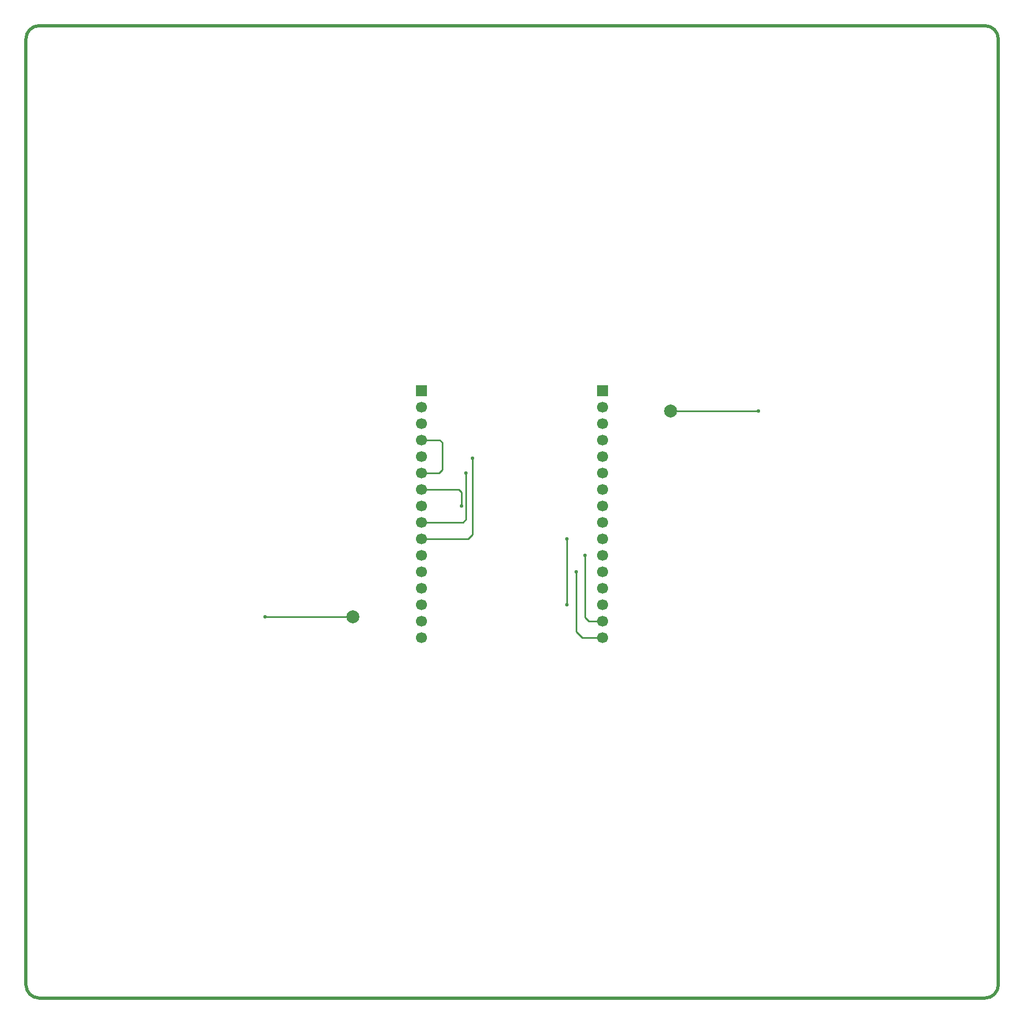
<source format=gbr>
%TF.GenerationSoftware,KiCad,Pcbnew,9.0.4*%
%TF.CreationDate,2025-11-21T09:49:57+00:00*%
%TF.ProjectId,PyBoardTester,5079426f-6172-4645-9465-737465722e6b,rev?*%
%TF.SameCoordinates,Original*%
%TF.FileFunction,Copper,L2,Bot*%
%TF.FilePolarity,Positive*%
%FSLAX46Y46*%
G04 Gerber Fmt 4.6, Leading zero omitted, Abs format (unit mm)*
G04 Created by KiCad (PCBNEW 9.0.4) date 2025-11-21 09:49:57*
%MOMM*%
%LPD*%
G01*
G04 APERTURE LIST*
%TA.AperFunction,ComponentPad*%
%ADD10C,2.000000*%
%TD*%
%TA.AperFunction,ComponentPad*%
%ADD11R,1.700000X1.700000*%
%TD*%
%TA.AperFunction,ComponentPad*%
%ADD12C,1.700000*%
%TD*%
%TA.AperFunction,ViaPad*%
%ADD13C,0.550000*%
%TD*%
%TA.AperFunction,Conductor*%
%ADD14C,0.260000*%
%TD*%
%TA.AperFunction,Profile*%
%ADD15C,0.500000*%
%TD*%
G04 APERTURE END LIST*
D10*
%TO.P,TP27,1,1*%
%TO.N,GND#2*%
X70440681Y-120215689D03*
%TD*%
D11*
%TO.P,J1,1,Pin_1*%
%TO.N,/PC6-Y1*%
X81030000Y-85312633D03*
D12*
%TO.P,J1,2,Pin_2*%
%TO.N,/PC7-Y2*%
X81030000Y-87852633D03*
%TO.P,J1,3,Pin_3*%
%TO.N,/PB12-Y5*%
X81030000Y-90392633D03*
%TO.P,J1,4,Pin_4*%
%TO.N,/PB13-Y6*%
X81030000Y-92932633D03*
%TO.P,J1,5,Pin_5*%
%TO.N,/PB12-Y5*%
X81030000Y-95472633D03*
%TO.P,J1,6,Pin_6*%
%TO.N,/PB13-Y6*%
X81030000Y-98012633D03*
%TO.P,J1,7,Pin_7*%
%TO.N,/PB10-Y9*%
X81030000Y-100552633D03*
%TO.P,J1,8,Pin_8*%
%TO.N,/PB11-Y10*%
X81030000Y-103092633D03*
%TO.P,J1,9,Pin_9*%
%TO.N,/PB0-Y11*%
X81030000Y-105632633D03*
%TO.P,J1,10,Pin_10*%
%TO.N,/PB1-Y12*%
X81030000Y-108172633D03*
%TO.P,J1,11,Pin_11*%
%TO.N,/PC4-X11*%
X81030000Y-110712633D03*
%TO.P,J1,12,Pin_12*%
%TO.N,/PC5-X12*%
X81030000Y-113252633D03*
%TO.P,J1,13,Pin_13*%
%TO.N,/~{RST}#2*%
X81030000Y-115792633D03*
%TO.P,J1,14,Pin_14*%
%TO.N,GND#2*%
X81030000Y-118332633D03*
%TO.P,J1,15,Pin_15*%
%TO.N,+3V3#2*%
X81030000Y-120872633D03*
%TO.P,J1,16,Pin_16*%
%TO.N,V+#2*%
X81030000Y-123412633D03*
%TD*%
D10*
%TO.P,TP6,1,1*%
%TO.N,GND#1*%
X119464000Y-88473966D03*
%TD*%
D11*
%TO.P,J2,1,Pin_1*%
%TO.N,V+#1*%
X108964000Y-85300633D03*
D12*
%TO.P,J2,2,Pin_2*%
%TO.N,+3V3#1*%
X108964000Y-87840633D03*
%TO.P,J2,3,Pin_3*%
%TO.N,GND#1*%
X108964000Y-90380633D03*
%TO.P,J2,4,Pin_4*%
%TO.N,/~{RST}#1*%
X108964000Y-92920633D03*
%TO.P,J2,5,Pin_5*%
%TO.N,/PB1-Y12*%
X108964000Y-95460633D03*
%TO.P,J2,6,Pin_6*%
%TO.N,/PB0-Y11*%
X108964000Y-98000633D03*
%TO.P,J2,7,Pin_7*%
%TO.N,/PB11-Y10*%
X108964000Y-100540633D03*
%TO.P,J2,8,Pin_8*%
%TO.N,/PB10-Y9*%
X108964000Y-103080633D03*
%TO.P,J2,9,Pin_9*%
%TO.N,/PA3-X4*%
X108964000Y-105620633D03*
%TO.P,J2,10,Pin_10*%
%TO.N,/PA2-X3*%
X108964000Y-108160633D03*
%TO.P,J2,11,Pin_11*%
%TO.N,/PA1-X2*%
X108964000Y-110700633D03*
%TO.P,J2,12,Pin_12*%
%TO.N,/PA0-X1*%
X108964000Y-113240633D03*
%TO.P,J2,13,Pin_13*%
%TO.N,/PA3-X4*%
X108964000Y-115780633D03*
%TO.P,J2,14,Pin_14*%
%TO.N,/PA2-X3*%
X108964000Y-118320633D03*
%TO.P,J2,15,Pin_15*%
%TO.N,/PA1-X2*%
X108964000Y-120860633D03*
%TO.P,J2,16,Pin_16*%
%TO.N,/PA0-X1*%
X108964000Y-123400633D03*
%TD*%
D13*
%TO.N,GND#2*%
X56914000Y-120200633D03*
%TO.N,/PA2-X3*%
X103414000Y-108150633D03*
X103414000Y-118300633D03*
%TO.N,/PA0-X1*%
X104914000Y-113250633D03*
%TO.N,/PB0-Y11*%
X87900000Y-98000633D03*
%TO.N,GND#1*%
X132964000Y-88450633D03*
%TO.N,/PB1-Y12*%
X88850000Y-95750633D03*
%TO.N,/PB10-Y9*%
X87200000Y-103080633D03*
%TO.N,/PA1-X2*%
X106264000Y-110700633D03*
%TD*%
D14*
%TO.N,GND#2*%
X56914000Y-120200633D02*
X56964000Y-120200633D01*
X56979056Y-120215689D02*
X70440681Y-120215689D01*
X56964000Y-120200633D02*
X56979056Y-120215689D01*
%TO.N,/PB13-Y6*%
X84214000Y-97500633D02*
X83714000Y-98000633D01*
X83846000Y-92932633D02*
X84214000Y-93300633D01*
X84214000Y-93300633D02*
X84214000Y-97500633D01*
X83714000Y-98000633D02*
X82914000Y-98000633D01*
X81030000Y-92932633D02*
X83846000Y-92932633D01*
X82902000Y-98012633D02*
X81030000Y-98012633D01*
X82914000Y-98000633D02*
X82902000Y-98012633D01*
%TO.N,/PA2-X3*%
X103414000Y-108150633D02*
X103414000Y-117500633D01*
X103414000Y-117500633D02*
X103414000Y-118300633D01*
%TO.N,/PA0-X1*%
X105850633Y-123400633D02*
X108964000Y-123400633D01*
X104914000Y-122464000D02*
X105850633Y-123400633D01*
X104914000Y-113250633D02*
X104914000Y-122464000D01*
%TO.N,/PB0-Y11*%
X87900000Y-98000633D02*
X87900000Y-105150000D01*
X87417367Y-105632633D02*
X81030000Y-105632633D01*
X87900000Y-105150000D02*
X87417367Y-105632633D01*
%TO.N,GND#1*%
X132964000Y-88450633D02*
X132940667Y-88473966D01*
X132940667Y-88473966D02*
X119464000Y-88473966D01*
%TO.N,/PB1-Y12*%
X88850000Y-107500000D02*
X88177367Y-108172633D01*
X88177367Y-108172633D02*
X81030000Y-108172633D01*
X88850000Y-95750633D02*
X88850000Y-107500000D01*
%TO.N,/PB10-Y9*%
X87200000Y-101000000D02*
X86752633Y-100552633D01*
X87200000Y-103080633D02*
X87200000Y-101000000D01*
X86752633Y-100552633D02*
X81030000Y-100552633D01*
%TO.N,/PA1-X2*%
X106264000Y-110700633D02*
X106264000Y-120300633D01*
X106264000Y-120300633D02*
X106824000Y-120860633D01*
X106824000Y-120860633D02*
X108964000Y-120860633D01*
%TD*%
D15*
X170000000Y-31000000D02*
X170000000Y-177000000D01*
X22000000Y-179000000D02*
G75*
G02*
X20000000Y-177000000I0J2000000D01*
G01*
X22000000Y-29000000D02*
X168000000Y-29000000D01*
X168000000Y-179000000D02*
X22000000Y-179000000D01*
X168000000Y-29000000D02*
G75*
G02*
X170000000Y-31000000I0J-2000000D01*
G01*
X20000000Y-177000000D02*
X20000000Y-31000000D01*
X170000000Y-177000000D02*
G75*
G02*
X168000000Y-179000000I-2000000J0D01*
G01*
X20000000Y-31000000D02*
G75*
G02*
X22000000Y-29000000I2000000J0D01*
G01*
M02*

</source>
